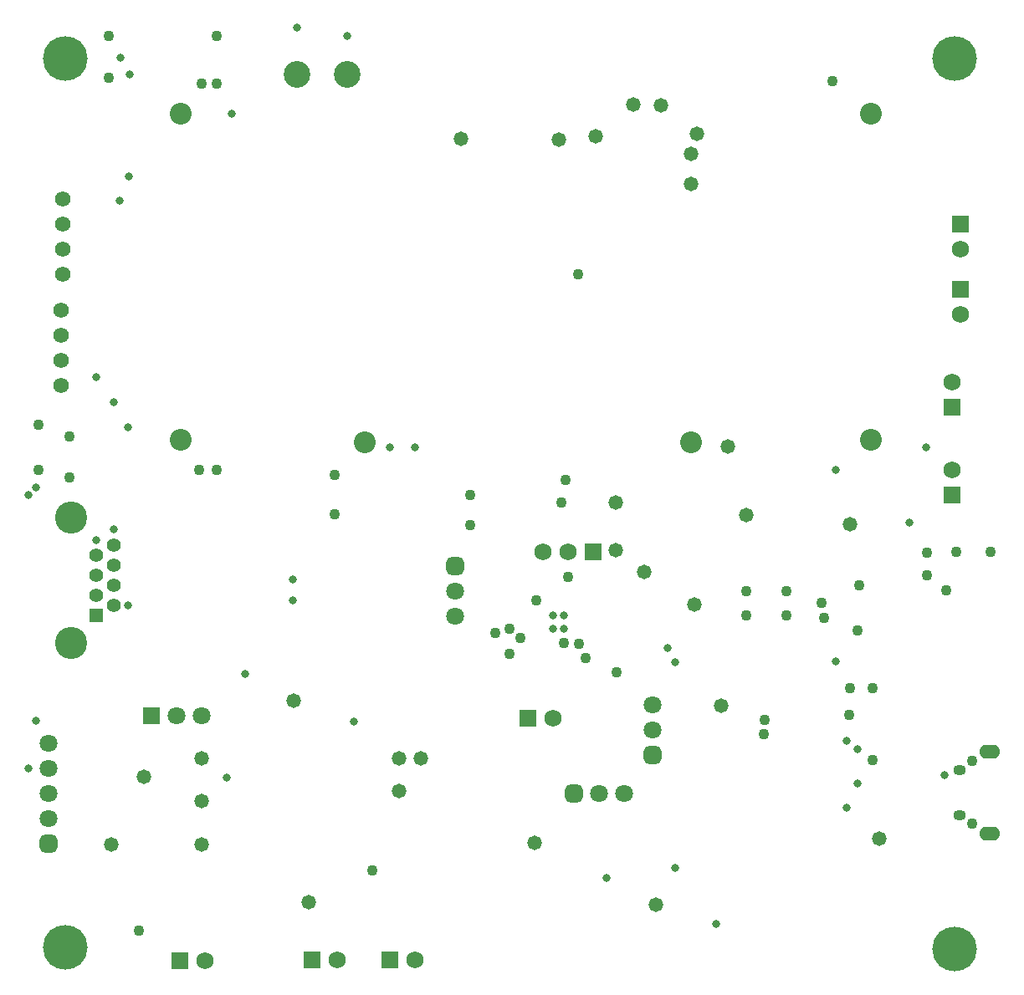
<source format=gbs>
G04*
G04 #@! TF.GenerationSoftware,Altium Limited,Altium Designer,23.7.1 (13)*
G04*
G04 Layer_Color=16711935*
%FSLAX43Y43*%
%MOMM*%
G71*
G04*
G04 #@! TF.SameCoordinates,7FBB53E4-5163-4D6D-B0BA-52333DB4A2EE*
G04*
G04*
G04 #@! TF.FilePolarity,Negative*
G04*
G01*
G75*
G04:AMPARAMS|DCode=98|XSize=1.803mm|YSize=1.803mm|CornerRadius=0.502mm|HoleSize=0mm|Usage=FLASHONLY|Rotation=90.000|XOffset=0mm|YOffset=0mm|HoleType=Round|Shape=RoundedRectangle|*
%AMROUNDEDRECTD98*
21,1,1.803,0.800,0,0,90.0*
21,1,0.800,1.803,0,0,90.0*
1,1,1.003,0.400,0.400*
1,1,1.003,0.400,-0.400*
1,1,1.003,-0.400,-0.400*
1,1,1.003,-0.400,0.400*
%
%ADD98ROUNDEDRECTD98*%
%ADD99C,1.803*%
%ADD100C,1.753*%
%ADD101R,1.753X1.753*%
%ADD102C,1.575*%
%ADD103C,2.703*%
%ADD104O,1.279X1.079*%
%ADD105O,2.103X1.403*%
%ADD106R,1.803X1.803*%
%ADD107C,2.203*%
%ADD108R,1.753X1.753*%
%ADD109C,3.250*%
%ADD110R,1.390X1.390*%
%ADD111C,1.390*%
G04:AMPARAMS|DCode=112|XSize=1.803mm|YSize=1.803mm|CornerRadius=0.502mm|HoleSize=0mm|Usage=FLASHONLY|Rotation=0.000|XOffset=0mm|YOffset=0mm|HoleType=Round|Shape=RoundedRectangle|*
%AMROUNDEDRECTD112*
21,1,1.803,0.800,0,0,0.0*
21,1,0.800,1.803,0,0,0.0*
1,1,1.003,0.400,-0.400*
1,1,1.003,-0.400,-0.400*
1,1,1.003,-0.400,0.400*
1,1,1.003,0.400,0.400*
%
%ADD112ROUNDEDRECTD112*%
%ADD114C,0.838*%
%ADD115C,0.813*%
%ADD116C,1.092*%
%ADD117C,1.103*%
%ADD118C,0.803*%
%ADD119C,1.473*%
%ADD148C,4.521*%
D98*
X64402Y24460D02*
D03*
X3302Y15497D02*
D03*
X44450Y43601D02*
D03*
D99*
X64402Y27000D02*
D03*
Y29540D02*
D03*
X18796Y28448D02*
D03*
X16256D02*
D03*
X3302Y20577D02*
D03*
Y18037D02*
D03*
Y23117D02*
D03*
Y25657D02*
D03*
X44450Y38521D02*
D03*
Y41061D02*
D03*
X61595Y20574D02*
D03*
X59055D02*
D03*
D100*
X32512Y3759D02*
D03*
X54356Y28194D02*
D03*
X53340Y45085D02*
D03*
X55880D02*
D03*
X19177Y3683D02*
D03*
X94742Y62255D02*
D03*
Y53391D02*
D03*
X95631Y69088D02*
D03*
Y75692D02*
D03*
X40424Y3742D02*
D03*
D101*
X29972Y3759D02*
D03*
X51816Y28194D02*
D03*
X58420Y45085D02*
D03*
X16637Y3683D02*
D03*
X37884Y3742D02*
D03*
D102*
X4572Y61951D02*
D03*
Y64491D02*
D03*
Y67031D02*
D03*
Y69571D02*
D03*
X4724Y73152D02*
D03*
Y75692D02*
D03*
Y78232D02*
D03*
Y80772D02*
D03*
D103*
X28473Y93421D02*
D03*
X33553D02*
D03*
D104*
X95552Y18420D02*
D03*
Y22968D02*
D03*
D105*
X98552Y24869D02*
D03*
Y16519D02*
D03*
D106*
X13716Y28448D02*
D03*
D107*
X16703Y56415D02*
D03*
Y89435D02*
D03*
X68326Y56195D02*
D03*
X35306D02*
D03*
X86565Y56388D02*
D03*
Y89408D02*
D03*
D108*
X94742Y59715D02*
D03*
Y50851D02*
D03*
X95631Y71628D02*
D03*
Y78232D02*
D03*
D109*
X5555Y48514D02*
D03*
Y35814D02*
D03*
D110*
X8095Y38608D02*
D03*
D111*
X9873Y39624D02*
D03*
X8095Y40640D02*
D03*
X9873Y41656D02*
D03*
X8095Y42672D02*
D03*
X9873Y43688D02*
D03*
X8095Y44704D02*
D03*
X9873Y45720D02*
D03*
D112*
X56515Y20574D02*
D03*
D114*
X65939Y35306D02*
D03*
D115*
X54356Y38608D02*
D03*
Y37287D02*
D03*
X55474D02*
D03*
Y38608D02*
D03*
X10566Y95072D02*
D03*
D116*
X60808Y32893D02*
D03*
X56998Y35738D02*
D03*
X32258Y48895D02*
D03*
X45974Y50800D02*
D03*
X32258Y52832D02*
D03*
D117*
X57658Y34290D02*
D03*
X20320Y97282D02*
D03*
X55499Y35814D02*
D03*
X12446Y6731D02*
D03*
X9398Y93091D02*
D03*
X56896Y73152D02*
D03*
X5385Y52578D02*
D03*
X5461Y56744D02*
D03*
X55245Y50038D02*
D03*
X55626Y52324D02*
D03*
X55880Y42545D02*
D03*
X98654Y45060D02*
D03*
X50000Y37288D02*
D03*
X36068Y12827D02*
D03*
X75819Y28092D02*
D03*
X75717Y26619D02*
D03*
X84328Y28575D02*
D03*
X86741Y31242D02*
D03*
Y24003D02*
D03*
X96774Y17526D02*
D03*
Y23876D02*
D03*
X81788Y38354D02*
D03*
X9398Y97282D02*
D03*
X2286Y53340D02*
D03*
Y57912D02*
D03*
X20320Y92456D02*
D03*
X18796D02*
D03*
X20320Y53340D02*
D03*
X18542D02*
D03*
X82677Y92710D02*
D03*
X95174Y45110D02*
D03*
X92246Y44958D02*
D03*
X94194Y41210D02*
D03*
X92246Y42672D02*
D03*
X85199Y37084D02*
D03*
X85344Y41656D02*
D03*
X81578Y39911D02*
D03*
X77978Y41061D02*
D03*
Y38675D02*
D03*
X73914D02*
D03*
Y41061D02*
D03*
X52705Y40132D02*
D03*
X51079Y36322D02*
D03*
X48554Y36875D02*
D03*
X50000Y34721D02*
D03*
X45974Y47752D02*
D03*
X84412Y31242D02*
D03*
D118*
X11557Y93421D02*
D03*
X28448Y98171D02*
D03*
X66736Y33927D02*
D03*
X82982Y33960D02*
D03*
X33528Y97282D02*
D03*
X10541Y80645D02*
D03*
X11430Y83058D02*
D03*
X28067Y42291D02*
D03*
Y40132D02*
D03*
X21819Y89408D02*
D03*
X21336Y22225D02*
D03*
X2032Y51562D02*
D03*
Y27940D02*
D03*
X1270Y50800D02*
D03*
X1295Y23114D02*
D03*
X9873Y47351D02*
D03*
X34229Y27915D02*
D03*
X23241Y32715D02*
D03*
X11379Y57658D02*
D03*
X8128Y62765D02*
D03*
X9906Y60225D02*
D03*
X8095Y46270D02*
D03*
X11320Y39624D02*
D03*
X92126Y55677D02*
D03*
X90449Y48057D02*
D03*
X40386Y55678D02*
D03*
X70891Y7366D02*
D03*
X59753Y12058D02*
D03*
X82982Y53340D02*
D03*
X66700Y13106D02*
D03*
X37846Y55678D02*
D03*
X93980Y22503D02*
D03*
X85199Y21599D02*
D03*
X84090Y25908D02*
D03*
X85199Y25083D02*
D03*
X84074Y19144D02*
D03*
D119*
X68656Y39751D02*
D03*
X73914Y48768D02*
D03*
X72033Y55753D02*
D03*
X68961Y87376D02*
D03*
X68326Y85344D02*
D03*
X45085Y86868D02*
D03*
X63602Y43002D02*
D03*
X58674Y87122D02*
D03*
X62484Y90379D02*
D03*
X65278Y90252D02*
D03*
X54991Y86850D02*
D03*
X84412Y47901D02*
D03*
X71362Y29464D02*
D03*
X18791Y15405D02*
D03*
X9691D02*
D03*
X12954Y22313D02*
D03*
X87376Y16002D02*
D03*
X68326Y82296D02*
D03*
X29602Y9586D02*
D03*
X38746Y20828D02*
D03*
Y24155D02*
D03*
X40945D02*
D03*
X52540Y15566D02*
D03*
X60706Y50038D02*
D03*
Y45212D02*
D03*
X64780Y9368D02*
D03*
X18791Y24133D02*
D03*
Y19815D02*
D03*
X28133Y29999D02*
D03*
D148*
X95000Y4858D02*
D03*
X5000Y5000D02*
D03*
X95000Y95000D02*
D03*
X5000D02*
D03*
M02*

</source>
